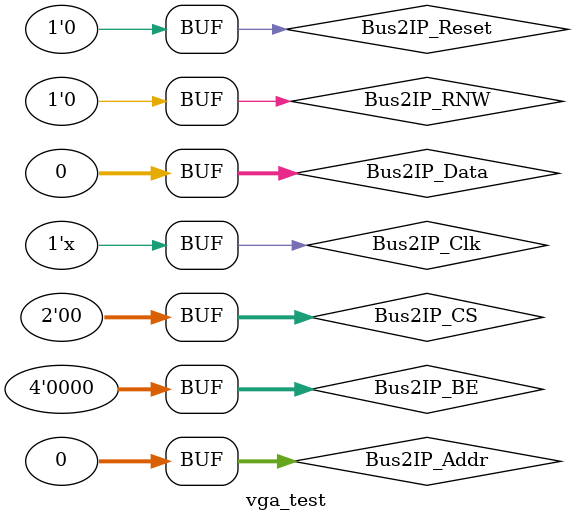
<source format=v>
`timescale 1ns / 1ps


module vga_test;

	// Inputs
	reg Bus2IP_Clk;
	reg Bus2IP_Reset;
	reg [0:31] Bus2IP_Addr;
	reg [0:1] Bus2IP_CS;
	reg Bus2IP_RNW;
	reg [0:31] Bus2IP_Data;
	reg [0:3] Bus2IP_BE;

	// Outputs
	wire h_sync;
	wire v_sync;
	wire [0:6] video;
	wire [0:31] IP2Bus_Data;
	wire IP2Bus_RdAck;
	wire IP2Bus_WrAck;
	wire IP2Bus_Error;

	// Instantiate the Unit Under Test (UUT)
	user_logic uut (
		.h_sync(h_sync), 
		.v_sync(v_sync), 
		.video(video), 
		.Bus2IP_Clk(Bus2IP_Clk), 
		.Bus2IP_Reset(Bus2IP_Reset), 
		.Bus2IP_Addr(Bus2IP_Addr), 
		.Bus2IP_CS(Bus2IP_CS), 
		.Bus2IP_RNW(Bus2IP_RNW), 
		.Bus2IP_Data(Bus2IP_Data), 
		.Bus2IP_BE(Bus2IP_BE), 
		.IP2Bus_Data(IP2Bus_Data), 
		.IP2Bus_RdAck(IP2Bus_RdAck), 
		.IP2Bus_WrAck(IP2Bus_WrAck), 
		.IP2Bus_Error(IP2Bus_Error)
	);

	initial begin
		// Initialize Inputs
		Bus2IP_Clk = 0;
		Bus2IP_Reset = 0;
		Bus2IP_Addr = 0;
		Bus2IP_CS = 0;
		Bus2IP_RNW = 0;
		Bus2IP_Data = 0;
		Bus2IP_BE = 0;
		// Wait 100 ns for global reset to finish
		#100;
		
		Bus2IP_Reset = ~ Bus2IP_Reset;
 #20		
		Bus2IP_Reset = ~ Bus2IP_Reset;
		// Add stimulus here

 
	end
		always
			#5 Bus2IP_Clk = ~Bus2IP_Clk;
      
      
endmodule


</source>
